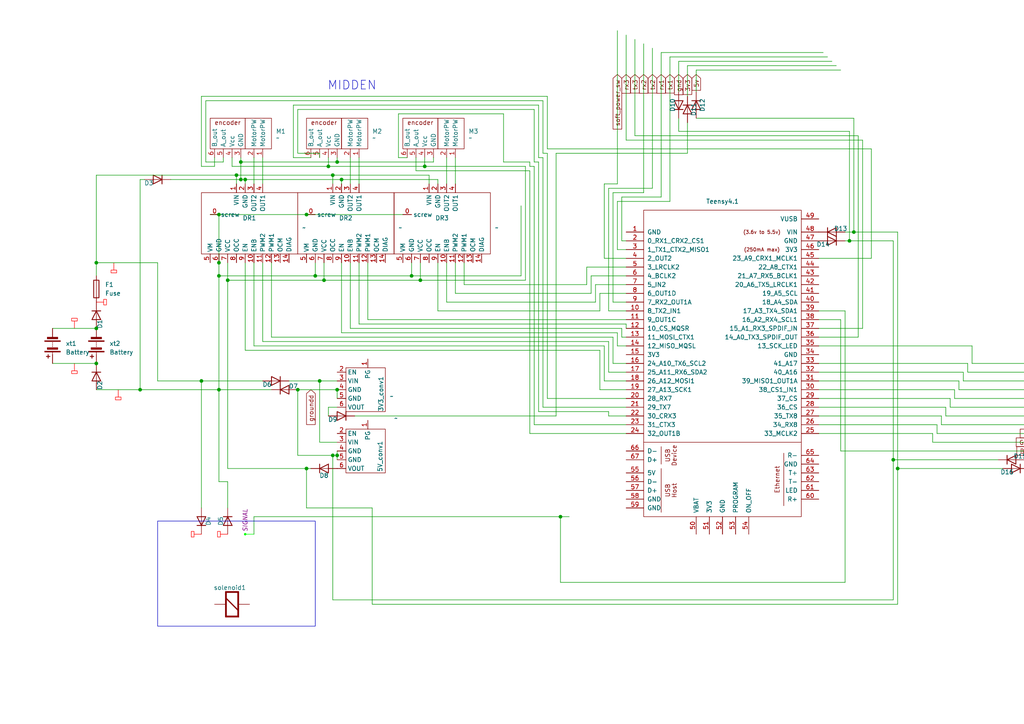
<source format=kicad_sch>
(kicad_sch (version 20231120) (generator "eeschema") (generator_version "8.0")
  (paper "A4")
  (lib_symbols
    (symbol "Library:Battery" (pin_numbers hide) (pin_names (offset 0) hide)
      (property "Reference" "BT" (at 2.54 2.54 0))
      (property "Value" "Battery" (at 2.54 0 0))
      (symbol "Battery_0_1"
        (rectangle (start -2.286 -1.27) (end 2.286 -1.524) (fill (type outline)))
        (rectangle (start -2.286 1.778) (end 2.286 1.524) (fill (type outline)))
        (rectangle (start -1.524 -2.032) (end 1.524 -2.54) (fill (type outline)))
        (rectangle (start -1.524 1.016) (end 1.524 0.508) (fill (type outline)))
        (polyline (pts (xy 0 -1.016) (xy 0 -0.762)))
        (polyline (pts (xy 0 -0.508) (xy 0 -0.254)))
        (polyline (pts (xy 0 0) (xy 0 0.254)))
        (polyline (pts (xy 0 1.778) (xy 0 2.54)))
        (polyline (pts (xy 0.762 3.048) (xy 1.778 3.048)) (stroke (width 0.254)))
        (polyline (pts (xy 1.27 3.556) (xy 1.27 2.54)) (stroke (width 0.254)))
      )
      (symbol "Battery_1_1"
        (pin passive line (at 0 5.08 270) (length 2.54) (name "+") (number "1"))
        (pin passive line (at 0 -5.08 90) (length 2.54) (name "-") (number "2"))
      )
    )
    (symbol "Library:D" (pin_numbers hide) (pin_names (offset 1.016) hide)
      (property "Reference" "D" (at 0 2.54 0))
      (property "Value" "D" (at 0 -2.54 0))
      (symbol "D_0_1"
        (polyline (pts (xy -1.27 1.27) (xy -1.27 -1.27)) (stroke (width 0.254)))
        (polyline (pts (xy 1.27 0) (xy -1.27 0)))
        (polyline (pts (xy 1.27 1.27) (xy 1.27 -1.27) (xy -1.27 0) (xy 1.27 1.27)) (stroke (width 0.254)))
      )
      (symbol "D_1_1"
        (pin passive line (at -3.81 0 0) (length 2.54) (name "K") (number "1"))
        (pin passive line (at 3.81 0 180) (length 2.54) (name "A") (number "2"))
      )
    )
    (symbol "Library:Fuse" (pin_numbers hide) (pin_names (offset 0))
      (property "Reference" "F" (at 2.032 0 90))
      (property "Value" "Fuse" (at -1.905 0 90))
      (symbol "Fuse_0_1"
        (rectangle (start -0.762 -2.54) (end 0.762 2.54) (stroke (width 0.254)))
        (polyline (pts (xy 0 2.54) (xy 0 -2.54)))
      )
      (symbol "Fuse_1_1"
        (pin passive line (at 0 3.81 270) (length 1.27) (name "~") (number "1"))
        (pin passive line (at 0 -3.81 90) (length 1.27) (name "~") (number "2"))
      )
    )
    (symbol "Library:Re" (pin_numbers hide) (pin_names (offset 0) hide)
      (property "Reference" "Re" (at 0.635 3.175 0))
      (property "Value" "Re" (at 0.635 -3.175 0))
      (symbol "Re_1_0"
        (pin passive line (at 0 5.08 270) (length 3.175) (name "+") (number "1"))
        (pin passive line (at 0 -5.08 90) (length 3.175) (name "-") (number "2"))
      )
      (symbol "Re_1_1"
        (polyline (pts (xy -1.778 -1.778) (xy 1.778 1.778)) (stroke (width 0.3556)))
        (polyline (pts (xy -3.683 -1.905) (xy 3.683 -1.905) (xy 3.683 1.905) (xy -3.683 1.905) (xy -3.683 -1.905) (xy -3.429 -1.651) (xy -3.429 1.651) (xy 3.429 1.651) (xy 3.429 -1.651) (xy -3.429 -1.651) (xy -3.683 -1.905)) (stroke (width 0.254)) (fill (type outline)))
      )
      (symbol "Re_1_2"
        (polyline (pts (xy -3.683 -1.905) (xy 3.683 -1.905) (xy 3.683 1.905) (xy -3.683 1.905) (xy -3.683 -1.905) (xy -3.429 -1.651) (xy -3.429 1.651) (xy 3.429 1.651) (xy 3.429 -1.651) (xy -3.429 -1.651) (xy -3.683 -1.905)) (stroke (width 0.254)) (fill (type outline)))
      )
    )
    (symbol "Library:TB9051FTG"
      (property "Reference" "DR" (at 0 -1.778 0))
      (symbol "TB9051FTG_0_1"
        (rectangle (start -13.97 -11.43) (end 13.97 6.35))
      )
      (symbol "TB9051FTG_1_1"
        (pin input line (at -11.43 0 0) (length 2.54) (name "screw") (number "0"))
        (pin power_in line (at -3.81 8.89 270) (length 2.54) (name "VIN") (number "1"))
        (pin input line (at 1.27 -13.97 90) (length 2.54) (name "ENB") (number "10"))
        (pin input line (at 3.81 -13.97 90) (length 2.54) (name "PWM2") (number "11"))
        (pin input line (at 6.35 -13.97 90) (length 2.54) (name "PWM1") (number "12"))
        (pin output line (at 8.89 -13.97 90) (length 2.54) (name "OCM") (number "13"))
        (pin output line (at 11.43 -13.97 90) (length 2.54) (name "DIAG") (number "14"))
        (pin power_in line (at -1.27 8.89 270) (length 2.54) (name "GND") (number "2"))
        (pin power_out line (at 1.27 8.89 270) (length 2.54) (name "OUT2") (number "3"))
        (pin power_out line (at 3.81 8.89 270) (length 2.54) (name "OUT1") (number "4"))
        (pin power_out line (at -11.43 -13.97 90) (length 2.54) (name "VM") (number "5"))
        (pin power_in line (at -8.89 -13.97 90) (length 2.54) (name "GND") (number "6"))
        (pin power_in line (at -6.35 -13.97 90) (length 2.54) (name "VCC") (number "7"))
        (pin input line (at -3.81 -13.97 90) (length 2.54) (name "OCC") (number "8"))
        (pin input line (at -1.27 -13.97 90) (length 2.54) (name "EN") (number "9"))
      )
    )
    (symbol "Library:Teensy4.1" (pin_names (offset 1.016))
      (property "Reference" "U" (at 0 64.77 0))
      (property "Value" "Teensy4.1" (at 0 62.23 0))
      (symbol "Teensy4.1_0_0"
        (polyline (pts (xy -22.86 -6.35) (xy 22.86 -6.35)))
        (polyline (pts (xy -17.78 -26.67) (xy -17.78 -13.97)))
        (polyline (pts (xy -17.78 -7.62) (xy -17.78 -12.7)))
        (polyline (pts (xy 17.78 -9.525) (xy 17.78 -24.765)))
        (text "(250mA max)" (at 11.43 49.53 0) (effects (font (size 1.016 1.016))))
        (text "(3.6v to 5.5v)" (at 11.43 54.61 0) (effects (font (size 1.016 1.016))))
        (text "Device" (at -13.97 -10.16 900) (effects (font (size 1.27 1.27))))
        (text "Ethernet" (at 15.875 -17.145 900) (effects (font (size 1.27 1.27))))
        (text "Host" (at -13.97 -20.32 900) (effects (font (size 1.27 1.27))))
        (text "USB" (at -15.875 -20.32 900) (effects (font (size 1.27 1.27))))
        (text "USB" (at -15.875 -10.16 900) (effects (font (size 1.27 1.27))))
        (pin bidirectional line (at -27.94 31.75 0) (length 5.08) (name "8_TX2_IN1") (number "10"))
        (pin bidirectional line (at -27.94 29.21 0) (length 5.08) (name "9_OUT1C") (number "11"))
        (pin bidirectional line (at -27.94 26.67 0) (length 5.08) (name "10_CS_MQSR") (number "12"))
        (pin bidirectional line (at -27.94 24.13 0) (length 5.08) (name "11_MOSI_CTX1") (number "13"))
        (pin bidirectional line (at -27.94 21.59 0) (length 5.08) (name "12_MISO_MQSL") (number "14"))
        (pin power_in line (at -27.94 19.05 0) (length 5.08) (name "3V3") (number "15"))
        (pin bidirectional line (at -27.94 16.51 0) (length 5.08) (name "24_A10_TX6_SCL2") (number "16"))
        (pin bidirectional line (at -27.94 13.97 0) (length 5.08) (name "25_A11_RX6_SDA2") (number "17"))
        (pin bidirectional line (at -27.94 11.43 0) (length 5.08) (name "26_A12_MOSI1") (number "18"))
        (pin bidirectional line (at -27.94 8.89 0) (length 5.08) (name "27_A13_SCK1") (number "19"))
        (pin bidirectional line (at -27.94 6.35 0) (length 5.08) (name "28_RX7") (number "20"))
        (pin bidirectional line (at -27.94 3.81 0) (length 5.08) (name "29_TX7") (number "21"))
        (pin bidirectional line (at -27.94 1.27 0) (length 5.08) (name "30_CRX3") (number "22"))
        (pin bidirectional line (at -27.94 -1.27 0) (length 5.08) (name "31_CTX3") (number "23"))
        (pin bidirectional line (at -27.94 -3.81 0) (length 5.08) (name "32_OUT1B") (number "24"))
        (pin bidirectional line (at 27.94 -3.81 180) (length 5.08) (name "33_MCLK2") (number "25"))
        (pin bidirectional line (at 27.94 -1.27 180) (length 5.08) (name "34_RX8") (number "26"))
        (pin bidirectional line (at 27.94 1.27 180) (length 5.08) (name "35_TX8") (number "27"))
        (pin bidirectional line (at 27.94 3.81 180) (length 5.08) (name "36_CS") (number "28"))
        (pin bidirectional line (at 27.94 6.35 180) (length 5.08) (name "37_CS") (number "29"))
        (pin bidirectional line (at 27.94 8.89 180) (length 5.08) (name "38_CS1_IN1") (number "30"))
        (pin bidirectional line (at 27.94 11.43 180) (length 5.08) (name "39_MISO1_OUT1A") (number "31"))
        (pin bidirectional line (at 27.94 13.97 180) (length 5.08) (name "40_A16") (number "32"))
        (pin bidirectional line (at 27.94 16.51 180) (length 5.08) (name "41_A17") (number "33"))
        (pin bidirectional line (at 27.94 21.59 180) (length 5.08) (name "13_SCK_LED") (number "35"))
        (pin bidirectional line (at 27.94 24.13 180) (length 5.08) (name "14_A0_TX3_SPDIF_OUT") (number "36"))
        (pin bidirectional line (at 27.94 26.67 180) (length 5.08) (name "15_A1_RX3_SPDIF_IN") (number "37"))
        (pin bidirectional line (at 27.94 29.21 180) (length 5.08) (name "16_A2_RX4_SCL1") (number "38"))
        (pin bidirectional line (at 27.94 31.75 180) (length 5.08) (name "17_A3_TX4_SDA1") (number "39"))
        (pin bidirectional line (at 27.94 34.29 180) (length 5.08) (name "18_A4_SDA") (number "40"))
        (pin bidirectional line (at 27.94 36.83 180) (length 5.08) (name "19_A5_SCL") (number "41"))
        (pin bidirectional line (at 27.94 39.37 180) (length 5.08) (name "20_A6_TX5_LRCLK1") (number "42"))
        (pin bidirectional line (at 27.94 41.91 180) (length 5.08) (name "21_A7_RX5_BCLK1") (number "43"))
        (pin bidirectional line (at 27.94 44.45 180) (length 5.08) (name "22_A8_CTX1") (number "44"))
        (pin bidirectional line (at 27.94 46.99 180) (length 5.08) (name "23_A9_CRX1_MCLK1") (number "45"))
        (pin output line (at 27.94 49.53 180) (length 5.08) (name "3V3") (number "46"))
        (pin output line (at 27.94 52.07 180) (length 5.08) (name "GND") (number "47"))
        (pin power_in line (at 27.94 54.61 180) (length 5.08) (name "VIN") (number "48"))
        (pin power_out line (at 27.94 58.42 180) (length 5.08) (name "VUSB") (number "49"))
        (pin bidirectional line (at -27.94 44.45 0) (length 5.08) (name "3_LRCLK2") (number "5"))
        (pin power_in line (at -7.62 -33.02 90) (length 5.08) (name "VBAT") (number "50"))
        (pin power_in line (at -3.81 -33.02 90) (length 5.08) (name "3V3") (number "51"))
        (pin input line (at 0 -33.02 90) (length 5.08) (name "GND") (number "52"))
        (pin input line (at 3.81 -33.02 90) (length 5.08) (name "PROGRAM") (number "53"))
        (pin input line (at 7.62 -33.02 90) (length 5.08) (name "ON_OFF") (number "54"))
        (pin power_out line (at -27.94 -15.24 0) (length 5.08) (name "5V") (number "55"))
        (pin bidirectional line (at -27.94 -17.78 0) (length 5.08) (name "D-") (number "56"))
        (pin bidirectional line (at -27.94 -20.32 0) (length 5.08) (name "D+") (number "57"))
        (pin power_in line (at -27.94 -22.86 0) (length 5.08) (name "GND") (number "58"))
        (pin power_in line (at -27.94 -25.4 0) (length 5.08) (name "GND") (number "59"))
        (pin bidirectional line (at -27.94 41.91 0) (length 5.08) (name "4_BCLK2") (number "6"))
        (pin bidirectional line (at 27.94 -22.86 180) (length 5.08) (name "R+") (number "60"))
        (pin bidirectional line (at 27.94 -20.32 180) (length 5.08) (name "LED") (number "61"))
        (pin bidirectional line (at 27.94 -17.78 180) (length 5.08) (name "T-") (number "62"))
        (pin bidirectional line (at 27.94 -15.24 180) (length 5.08) (name "T+") (number "63"))
        (pin power_in line (at 27.94 -12.7 180) (length 5.08) (name "GND") (number "64"))
        (pin bidirectional line (at 27.94 -10.16 180) (length 5.08) (name "R-") (number "65"))
        (pin bidirectional line (at -27.94 -8.89 0) (length 5.08) (name "D-") (number "66"))
        (pin bidirectional line (at -27.94 -11.43 0) (length 5.08) (name "D+") (number "67"))
        (pin bidirectional line (at -27.94 39.37 0) (length 5.08) (name "5_IN2") (number "7"))
        (pin bidirectional line (at -27.94 36.83 0) (length 5.08) (name "6_OUT1D") (number "8"))
        (pin bidirectional line (at -27.94 34.29 0) (length 5.08) (name "7_RX2_OUT1A") (number "9"))
      )
      (symbol "Teensy4.1_0_1"
        (rectangle (start -22.86 60.96) (end 22.86 -27.94))
        (rectangle (start -20.32 -1.27) (end -20.32 -1.27))
      )
      (symbol "Teensy4.1_1_1"
        (pin power_in line (at -27.94 54.61 0) (length 5.08) (name "GND") (number "1"))
        (pin bidirectional line (at -27.94 52.07 0) (length 5.08) (name "0_RX1_CRX2_CS1") (number "2"))
        (pin bidirectional line (at -27.94 49.53 0) (length 5.08) (name "1_TX1_CTX2_MISO1") (number "3"))
        (pin power_in line (at 27.94 19.05 180) (length 5.08) (name "GND") (number "34"))
        (pin bidirectional line (at -27.94 46.99 0) (length 5.08) (name "2_OUT2") (number "4"))
      )
    )
    (symbol "Library:pololu_3.3V,_3.7A_Step-Down_Voltage_Regulator_D30V30F3"
      (property "Reference" "3V3_conv" (at 8.636 -8.382 90))
      (symbol "pololu_3.3V,_3.7A_Step-Down_Voltage_Regulator_D30V30F3_0_1"
        (rectangle (start -1.27 -1.27) (end 10.16 -13.97))
      )
      (symbol "pololu_3.3V,_3.7A_Step-Down_Voltage_Regulator_D30V30F3_1_1"
        (pin output line (at 5.08 1.27 270) (length 2.54) (name "PG") (number "1"))
        (pin input line (at -3.81 -2.54 0) (length 2.54) (name "EN") (number "2"))
        (pin power_in line (at -3.81 -5.08 0) (length 2.54) (name "VIN") (number "3"))
        (pin power_in line (at -3.81 -7.62 0) (length 2.54) (name "GND") (number "4"))
        (pin power_in line (at -3.81 -10.16 0) (length 2.54) (name "GND") (number "5"))
        (pin power_in line (at -3.81 -12.7 0) (length 2.54) (name "VOUT") (number "6"))
      )
    )
    (symbol "Library:pololu_4.4{colon}1_Metal_Gearmotor_25Dx63L_mm_MP_12V_with_48_CPR_Encoder"
      (property "Reference" "M" (at 0.508 -5.842 0))
      (symbol "pololu_4.4{colon}1_Metal_Gearmotor_25Dx63L_mm_MP_12V_with_48_CPR_Encoder_0_1"
        (rectangle (start -1.27 -3.81) (end -8.89 5.08))
        (rectangle (start -1.27 -3.81) (end 8.89 5.08))
      )
      (symbol "pololu_4.4{colon}1_Metal_Gearmotor_25Dx63L_mm_MP_12V_with_48_CPR_Encoder_1_1"
        (text "encoder\n" (at 3.81 -2.54 0) (effects (font (size 1.27 1.27))))
        (pin power_in line (at -6.35 7.62 270) (length 2.54) (name "MotorPW") (number "1"))
        (pin power_in line (at -3.81 7.62 270) (length 2.54) (name "MotorPW") (number "2"))
        (pin power_in line (at 0 7.62 270) (length 2.54) (name "GND") (number "3"))
        (pin power_in line (at 2.54 7.62 270) (length 2.54) (name "Vcc") (number "4"))
        (pin output line (at 5.08 7.62 270) (length 2.54) (name "A_out") (number "5"))
        (pin output line (at 7.62 7.62 270) (length 2.54) (name "B_out") (number "6"))
      )
    )
    (symbol "Library:pololu_5V,_3.4A_Step-Down_Voltage_Regulator_D30V30F5"
      (property "Reference" "5V_conv" (at 7.366 -21.082 90))
      (symbol "pololu_5V,_3.4A_Step-Down_Voltage_Regulator_D30V30F5_0_1"
        (rectangle (start -2.54 -12.7) (end 8.89 -25.4))
      )
      (symbol "pololu_5V,_3.4A_Step-Down_Voltage_Regulator_D30V30F5_1_1"
        (pin output line (at 3.81 -10.16 270) (length 2.54) (name "PG") (number "1"))
        (pin input line (at -5.08 -13.97 0) (length 2.54) (name "EN") (number "2"))
        (pin power_in line (at -5.08 -16.51 0) (length 2.54) (name "VIN") (number "3"))
        (pin power_in line (at -5.08 -19.05 0) (length 2.54) (name "GND") (number "4"))
        (pin power_in line (at -5.08 -21.59 0) (length 2.54) (name "GND") (number "5"))
        (pin power_in line (at -5.08 -24.13 0) (length 2.54) (name "VOUT") (number "6"))
      )
    )
    (symbol "TB9051FTG_1"
      (property "Reference" "DR" (at 0 -1.778 0))
      (symbol "TB9051FTG_1_0_1"
        (rectangle (start -13.97 -11.43) (end 13.97 6.35))
      )
      (symbol "TB9051FTG_1_1_1"
        (pin input line (at -11.43 0 0) (length 2.54) (name "screw") (number "0"))
        (pin power_in line (at -3.81 8.89 270) (length 2.54) (name "VIN") (number "1"))
        (pin input line (at 1.27 -13.97 90) (length 2.54) (name "ENB") (number "10"))
        (pin input line (at 3.81 -13.97 90) (length 2.54) (name "PWM2") (number "11"))
        (pin input line (at 6.35 -13.97 90) (length 2.54) (name "PWM1") (number "12"))
        (pin output line (at 8.89 -13.97 90) (length 2.54) (name "OCM") (number "13"))
        (pin output line (at 11.43 -13.97 90) (length 2.54) (name "DIAG") (number "14"))
        (pin power_in line (at -1.27 8.89 270) (length 2.54) (name "GND") (number "2"))
        (pin power_out line (at 1.27 8.89 270) (length 2.54) (name "OUT2") (number "3"))
        (pin power_out line (at 3.81 8.89 270) (length 2.54) (name "OUT1") (number "4"))
        (pin power_out line (at -11.43 -13.97 90) (length 2.54) (name "VM") (number "5"))
        (pin power_in line (at -8.89 -13.97 90) (length 2.54) (name "GND") (number "6"))
        (pin power_in line (at -6.35 -13.97 90) (length 2.54) (name "VCC") (number "7"))
        (pin input line (at -3.81 -13.97 90) (length 2.54) (name "OCC") (number "8"))
        (pin input line (at -1.27 -13.97 90) (length 2.54) (name "EN") (number "9"))
      )
    )
    (symbol "TB9051FTG_2"
      (property "Reference" "DR" (at 0 -1.778 0))
      (symbol "TB9051FTG_2_0_1"
        (rectangle (start -13.97 -11.43) (end 13.97 6.35))
      )
      (symbol "TB9051FTG_2_1_1"
        (pin input line (at -11.43 0 0) (length 2.54) (name "screw") (number "0"))
        (pin power_in line (at -3.81 8.89 270) (length 2.54) (name "VIN") (number "1"))
        (pin input line (at 1.27 -13.97 90) (length 2.54) (name "ENB") (number "10"))
        (pin input line (at 3.81 -13.97 90) (length 2.54) (name "PWM2") (number "11"))
        (pin input line (at 6.35 -13.97 90) (length 2.54) (name "PWM1") (number "12"))
        (pin output line (at 8.89 -13.97 90) (length 2.54) (name "OCM") (number "13"))
        (pin output line (at 11.43 -13.97 90) (length 2.54) (name "DIAG") (number "14"))
        (pin power_in line (at -1.27 8.89 270) (length 2.54) (name "GND") (number "2"))
        (pin power_out line (at 1.27 8.89 270) (length 2.54) (name "OUT2") (number "3"))
        (pin power_out line (at 3.81 8.89 270) (length 2.54) (name "OUT1") (number "4"))
        (pin power_out line (at -11.43 -13.97 90) (length 2.54) (name "VM") (number "5"))
        (pin power_in line (at -8.89 -13.97 90) (length 2.54) (name "GND") (number "6"))
        (pin power_in line (at -6.35 -13.97 90) (length 2.54) (name "VCC") (number "7"))
        (pin input line (at -3.81 -13.97 90) (length 2.54) (name "OCC") (number "8"))
        (pin input line (at -1.27 -13.97 90) (length 2.54) (name "EN") (number "9"))
      )
    )
  )
  (junction (at 66.04 81.28))
  (junction (at 121.92 81.28))
  (junction (at 86.36 113.03))
  (junction (at 93.98 81.28))
  (junction (at 95.25 48.26))
  (junction (at 58.42 110.49))
  (junction (at 260.35 135.89))
  (junction (at 97.79 132.08))
  (junction (at 97.79 46.99))
  (junction (at 27.94 105.41))
  (junction (at 92.71 110.49))
  (junction (at 63.5 76.2))
  (junction (at 63.5 62.23))
  (junction (at 63.5 113.03))
  (junction (at 69.85 52.07))
  (junction (at 40.64 113.03))
  (junction (at 97.79 113.03))
  (junction (at 68.58 50.8))
  (junction (at 162.56 149.86))
  (junction (at 247.65 67.31))
  (junction (at 96.52 132.08))
  (junction (at 259.08 133.35))
  (junction (at 91.44 80.01))
  (junction (at 27.94 95.25))
  (junction (at 88.9 135.89))
  (junction (at 88.9 62.23))
  (junction (at 71.12 52.07))
  (junction (at 69.85 46.99))
  (junction (at 119.38 80.01))
  (junction (at 63.5 80.01))
  (junction (at 96.52 50.8))
  (junction (at 123.19 48.26))
  (junction (at 246.38 69.85))
  (junction (at 99.06 52.07))
  (junction (at 27.94 76.2))
  (wire (pts (xy 180.34 69.85) (xy 180.34 57.15)))
  (wire (pts (xy 247.65 67.31) (xy 245.11 67.31)))
  (wire (pts (xy 260.35 135.89) (xy 260.35 175.26)))
  (wire (pts (xy 91.44 80.01) (xy 91.44 76.2)))
  (wire (pts (xy 154.94 31.75) (xy 154.94 46.99)))
  (wire (pts (xy 68.58 50.8) (xy 68.58 53.34)))
  (wire (pts (xy 97.79 113.03) (xy 97.79 115.57)))
  (wire (pts (xy 316.23 113.03) (xy 316.23 105.41)))
  (wire (pts (xy 181.61 110.49) (xy 175.26 110.49)))
  (wire (pts (xy 27.94 76.2) (xy 45.72 76.2)))
  (wire (pts (xy 85.09 30.48) (xy 156.21 30.48)))
  (wire (pts (xy 252.73 74.93) (xy 237.49 74.93)))
  (wire (pts (xy 181.61 105.41) (xy 177.8 105.41)))
  (wire (pts (xy 158.75 27.94) (xy 158.75 43.18)))
  (wire (pts (xy 123.19 48.26) (xy 152.4 48.26)))
  (wire (pts (xy 66.04 135.89) (xy 88.9 135.89)))
  (wire (pts (xy 97.79 130.81) (xy 97.79 132.08)))
  (wire (pts (xy 96.52 132.08) (xy 96.52 173.99)))
  (wire (pts (xy 237.49 100.33) (xy 281.94 100.33)))
  (wire (pts (xy 99.06 96.52) (xy 179.07 96.52)))
  (wire (pts (xy 298.45 135.89) (xy 316.23 135.89)))
  (wire (pts (xy 157.48 44.45) (xy 158.75 44.45)))
  (wire (pts (xy 260.35 67.31) (xy 260.35 135.89)))
  (wire (pts (xy 132.08 76.2) (xy 132.08 85.09)))
  (wire (pts (xy 245.11 168.91) (xy 245.11 90.17)))
  (wire (pts (xy 90.17 45.72) (xy 85.09 45.72)))
  (wire (pts (xy 191.77 15.24) (xy 238.76 15.24)))
  (wire (pts (xy 189.23 54.61) (xy 176.53 54.61)))
  (wire (pts (xy 314.96 127) (xy 458.47 127)))
  (wire (pts (xy 175.26 110.49) (xy 175.26 100.33)))
  (wire (pts (xy 252.73 43.18) (xy 252.73 74.93)))
  (wire (pts (xy 250.19 40.64) (xy 181.61 40.64)))
  (wire (pts (xy 86.36 31.75) (xy 86.36 44.45)))
  (wire (pts (xy 124.46 53.34) (xy 124.46 50.8)))
  (wire (pts (xy 152.4 81.28) (xy 121.92 81.28)))
  (wire (pts (xy 312.42 116.84) (xy 438.15 116.84)))
  (wire (pts (xy 259.08 133.35) (xy 259.08 173.99)))
  (wire (pts (xy 69.85 45.72) (xy 69.85 46.99)))
  (wire (pts (xy 66.04 147.32) (xy 66.04 139.7)))
  (wire (pts (xy 127 76.2) (xy 127 90.17)))
  (wire (pts (xy 119.38 80.01) (xy 91.44 80.01)))
  (wire (pts (xy 156.21 119.38) (xy 176.53 119.38)))
  (wire (pts (xy 176.53 107.95) (xy 181.61 107.95)))
  (wire (pts (xy 176.53 54.61) (xy 176.53 90.17)))
  (wire (pts (xy 63.5 80.01) (xy 63.5 113.03)))
  (wire (pts (xy 78.74 97.79) (xy 78.74 76.2)))
  (wire (pts (xy 125.73 46.99) (xy 125.73 45.72)))
  (wire (pts (xy 186.69 12.7) (xy 186.69 55.88)))
  (wire (pts (xy 102.87 120.65) (xy 161.29 120.65)))
  (wire (pts (xy 76.2 76.2) (xy 76.2 99.06)))
  (wire (pts (xy 92.71 128.27) (xy 92.71 110.49)))
  (wire (pts (xy 162.56 149.86) (xy 165.1 149.86)))
  (wire (pts (xy 274.32 118.11) (xy 274.32 120.65)))
  (wire (pts (xy 129.54 87.63) (xy 172.72 87.63)))
  (wire (pts (xy 101.6 95.25) (xy 180.34 95.25)))
  (wire (pts (xy 194.31 16.51) (xy 240.03 16.51)))
  (wire (pts (xy 69.85 46.99) (xy 97.79 46.99)))
  (wire (pts (xy 161.29 120.65) (xy 161.29 44.45)))
  (wire (pts (xy 124.46 50.8) (xy 96.52 50.8)))
  (wire (pts (xy 311.15 118.11) (xy 311.15 115.57)))
  (wire (pts (xy 99.06 52.07) (xy 127 52.07)))
  (wire (pts (xy 119.38 80.01) (xy 151.13 80.01)))
  (wire (pts (xy 158.75 43.18) (xy 252.73 43.18)))
  (wire (pts (xy 69.85 46.99) (xy 69.85 52.07)))
  (wire (pts (xy 62.23 48.26) (xy 58.42 48.26)))
  (wire (pts (xy 119.38 76.2) (xy 119.38 80.01)))
  (wire (pts (xy 73.66 45.72) (xy 73.66 53.34)))
  (wire (pts (xy 176.53 90.17) (xy 181.61 90.17)))
  (wire (pts (xy 96.52 50.8) (xy 96.52 53.34)))
  (wire (pts (xy 118.11 45.72) (xy 115.57 45.72)))
  (wire (pts (xy 177.8 55.88) (xy 186.69 55.88)))
  (wire (pts (xy 245.11 90.17) (xy 237.49 90.17)))
  (wire (pts (xy 313.69 115.57) (xy 313.69 110.49)))
  (wire (pts (xy 280.67 105.41) (xy 280.67 107.95)))
  (wire (pts (xy 161.29 44.45) (xy 199.39 44.45)))
  (wire (pts (xy 237.49 123.19) (xy 271.78 123.19)))
  (wire (pts (xy 85.09 45.72) (xy 85.09 30.48)))
  (wire (pts (xy 270.51 128.27) (xy 270.51 125.73)))
  (wire (pts (xy 63.5 113.03) (xy 78.74 113.03)))
  (wire (pts (xy 248.92 39.37) (xy 184.15 39.37)))
  (wire (pts (xy 312.42 124.46) (xy 453.39 124.46)))
  (wire (pts (xy 107.95 147.32) (xy 107.95 175.26)))
  (wire (pts (xy 62.23 45.72) (xy 62.23 48.26)))
  (wire (pts (xy 153.67 49.53) (xy 153.67 125.73)))
  (wire (pts (xy 91.44 80.01) (xy 63.5 80.01)))
  (wire (pts (xy 176.53 99.06) (xy 176.53 107.95)))
  (wire (pts (xy 132.08 45.72) (xy 132.08 53.34)))
  (wire (pts (xy 92.71 128.27) (xy 97.79 128.27)))
  (wire (pts (xy 69.85 52.07) (xy 71.12 52.07)))
  (wire (pts (xy 172.72 87.63) (xy 172.72 82.55)))
  (wire (pts (xy 177.8 105.41) (xy 177.8 97.79)))
  (wire (pts (xy 158.75 44.45) (xy 158.75 115.57)))
  (wire (pts (xy 95.25 118.11) (xy 95.25 120.65)))
  (wire (pts (xy 309.88 119.38) (xy 443.23 119.38)))
  (wire (pts (xy 276.86 113.03) (xy 276.86 115.57)))
  (wire (pts (xy 129.54 87.63) (xy 129.54 76.2)))
  (wire (pts (xy 194.31 16.51) (xy 194.31 58.42)))
  (wire (pts (xy 199.39 19.05) (xy 199.39 27.94)))
  (wire (pts (xy 196.85 17.78) (xy 241.3 17.78)))
  (wire (pts (xy 115.57 33.02) (xy 146.05 33.02)))
  (wire (pts (xy 290.83 135.89) (xy 260.35 135.89)))
  (wire (pts (xy 259.08 69.85) (xy 259.08 133.35)))
  (wire (pts (xy 68.58 50.8) (xy 27.94 50.8)))
  (wire (pts (xy 86.36 113.03) (xy 86.36 132.08)))
  (wire (pts (xy 123.19 45.72) (xy 123.19 48.26)))
  (wire (pts (xy 121.92 81.28) (xy 121.92 76.2)))
  (wire (pts (xy 123.19 48.26) (xy 95.25 48.26)))
  (wire (pts (xy 134.62 82.55) (xy 170.18 82.55)))
  (wire (pts (xy 157.48 29.21) (xy 157.48 44.45)))
  (wire (pts (xy 181.61 97.79) (xy 180.34 97.79)))
  (wire (pts (xy 104.14 76.2) (xy 104.14 93.98)))
  (wire (pts (xy 86.36 31.75) (xy 154.94 31.75)))
  (wire (pts (xy 45.72 110.49) (xy 58.42 110.49)))
  (wire (pts (xy 15.24 95.25) (xy 27.94 95.25)))
  (wire (pts (xy 276.86 115.57) (xy 311.15 115.57)))
  (wire (pts (xy 243.84 92.71) (xy 237.49 92.71)))
  (wire (pts (xy 146.05 33.02) (xy 146.05 46.99)))
  (wire (pts (xy 179.07 53.34) (xy 175.26 53.34)))
  (wire (pts (xy 245.11 69.85) (xy 246.38 69.85)))
  (wire (pts (xy 153.67 125.73) (xy 181.61 125.73)))
  (wire (pts (xy 86.36 113.03) (xy 97.79 113.03)))
  (wire (pts (xy 179.07 8.89) (xy 179.07 53.34)))
  (wire (pts (xy 194.31 58.42) (xy 179.07 58.42)))
  (wire (pts (xy 173.99 85.09) (xy 173.99 90.17)))
  (wire (pts (xy 71.12 52.07) (xy 99.06 52.07)))
  (wire (pts (xy 71.12 101.6) (xy 173.99 101.6)))
  (wire (pts (xy 156.21 46.99) (xy 156.21 119.38)))
  (wire (pts (xy 40.64 52.07) (xy 40.64 113.03)))
  (wire (pts (xy 196.85 34.29) (xy 196.85 38.1)))
  (wire (pts (xy 120.65 45.72) (xy 120.65 49.53)))
  (wire (pts (xy 106.68 92.71) (xy 106.68 76.2)))
  (wire (pts (xy 247.65 34.29) (xy 247.65 67.31)))
  (wire (pts (xy 97.79 46.99) (xy 125.73 46.99)))
  (wire (pts (xy 237.49 113.03) (xy 276.86 113.03)))
  (wire (pts (xy 64.77 46.99) (xy 59.69 46.99)))
  (wire (pts (xy 45.72 76.2) (xy 45.72 110.49)))
  (wire (pts (xy 179.07 58.42) (xy 179.07 72.39)))
  (wire (pts (xy 309.88 121.92) (xy 448.31 121.92)))
  (wire (pts (xy 67.31 48.26) (xy 67.31 45.72)))
  (wire (pts (xy 201.93 20.32) (xy 243.84 20.32)))
  (wire (pts (xy 237.49 95.25) (xy 250.19 95.25)))
  (wire (pts (xy 153.67 46.99) (xy 153.67 48.26)))
  (wire (pts (xy 49.53 52.07) (xy 69.85 52.07)))
  (wire (pts (xy 58.42 110.49) (xy 76.2 110.49)))
  (wire (pts (xy 104.14 45.72) (xy 104.14 53.34)))
  (wire (pts (xy 250.19 95.25) (xy 250.19 40.64)))
  (wire (pts (xy 311.15 123.19) (xy 450.85 123.19)))
  (wire (pts (xy 134.62 82.55) (xy 134.62 76.2)))
  (wire (pts (xy 88.9 135.89) (xy 90.17 135.89)))
  (wire (pts (xy 237.49 105.41) (xy 280.67 105.41)))
  (wire (pts (xy 63.5 139.7) (xy 63.5 113.03)))
  (wire (pts (xy 281.94 100.33) (xy 281.94 105.41)))
  (wire (pts (xy 237.49 115.57) (xy 275.59 115.57)))
  (wire (pts (xy 99.06 52.07) (xy 99.06 53.34)))
  (wire (pts (xy 58.42 27.94) (xy 158.75 27.94)))
  (wire (pts (xy 312.42 113.03) (xy 312.42 116.84)))
  (wire (pts (xy 76.2 99.06) (xy 176.53 99.06)))
  (wire (pts (xy 132.08 85.09) (xy 171.45 85.09)))
  (wire (pts (xy 181.61 123.19) (xy 154.94 123.19)))
  (wire (pts (xy 181.61 69.85) (xy 180.34 69.85)))
  (wire (pts (xy 237.49 107.95) (xy 279.4 107.95)))
  (wire (pts (xy 63.5 62.23) (xy 63.5 76.2)))
  (wire (pts (xy 180.34 97.79) (xy 180.34 95.25)))
  (wire (pts (xy 101.6 95.25) (xy 101.6 76.2)))
  (wire (pts (xy 313.69 125.73) (xy 313.69 130.81)))
  (wire (pts (xy 99.06 76.2) (xy 99.06 96.52)))
  (wire (pts (xy 274.32 120.65) (xy 445.77 120.65)))
  (wire (pts (xy 15.24 105.41) (xy 27.94 105.41)))
  (wire (pts (xy 115.57 45.72) (xy 115.57 33.02)))
  (wire (pts (xy 127 52.07) (xy 127 53.34)))
  (wire (pts (xy 309.88 119.38) (xy 309.88 118.11)))
  (wire (pts (xy 275.59 115.57) (xy 275.59 118.11)))
  (wire (pts (xy 314.96 114.3) (xy 433.07 114.3)))
  (wire (pts (xy 95.25 48.26) (xy 95.25 45.72)))
  (wire (pts (xy 271.78 123.19) (xy 271.78 125.73)))
  (wire (pts (xy 196.85 17.78) (xy 196.85 26.67)))
  (wire (pts (xy 177.8 87.63) (xy 177.8 55.88)))
  (wire (pts (xy 181.61 85.09) (xy 173.99 85.09)))
  (wire (pts (xy 66.04 135.89) (xy 66.04 81.28)))
  (wire (pts (xy 83.82 110.49) (xy 92.71 110.49)))
  (wire (pts (xy 73.66 149.86) (xy 162.56 149.86)))
  (wire (pts (xy 162.56 168.91) (xy 245.11 168.91)))
  (wire (pts (xy 311.15 118.11) (xy 440.69 118.11)))
  (wire (pts (xy 173.99 113.03) (xy 181.61 113.03)))
  (wire (pts (xy 27.94 50.8) (xy 27.94 76.2)))
  (wire (pts (xy 129.54 45.72) (xy 129.54 53.34)))
  (wire (pts (xy 237.49 97.79) (xy 248.92 97.79)))
  (wire (pts (xy 97.79 132.08) (xy 97.79 133.35)))
  (wire (pts (xy 93.98 81.28) (xy 121.92 81.28)))
  (wire (pts (xy 88.9 62.23) (xy 116.84 62.23)))
  (wire (pts (xy 71.12 53.34) (xy 71.12 52.07)))
  (wire (pts (xy 280.67 107.95) (xy 314.96 107.95)))
  (wire (pts (xy 313.69 115.57) (xy 435.61 115.57)))
  (wire (pts (xy 177.8 97.79) (xy 78.74 97.79)))
  (wire (pts (xy 271.78 125.73) (xy 311.15 125.73)))
  (wire (pts (xy 73.66 154.94) (xy 73.66 149.86)))
  (wire (pts (xy 154.94 48.26) (xy 153.67 48.26)))
  (wire (pts (xy 63.5 62.23) (xy 88.9 62.23)))
  (wire (pts (xy 59.69 29.21) (xy 157.48 29.21)))
  (wire (pts (xy 237.49 118.11) (xy 274.32 118.11)))
  (wire (pts (xy 106.68 92.71) (xy 181.61 92.71)))
  (wire (pts (xy 273.05 120.65) (xy 273.05 123.19)))
  (wire (pts (xy 184.15 11.43) (xy 184.15 39.37)))
  (wire (pts (xy 243.84 130.81) (xy 313.69 130.81)))
  (wire (pts (xy 59.69 46.99) (xy 59.69 29.21)))
  (wire (pts (xy 248.92 97.79) (xy 248.92 39.37)))
  (wire (pts (xy 179.07 96.52) (xy 179.07 100.33)))
  (wire (pts (xy 170.18 77.47) (xy 181.61 77.47)))
  (wire (pts (xy 63.5 76.2) (xy 63.5 80.01)))
  (wire (pts (xy 154.94 46.99) (xy 156.21 46.99)))
  (wire (pts (xy 309.88 123.19) (xy 309.88 121.92)))
  (wire (pts (xy 157.48 118.11) (xy 157.48 45.72)))
  (wire (pts (xy 314.96 107.95) (xy 314.96 114.3)))
  (wire (pts (xy 154.94 123.19) (xy 154.94 48.26)))
  (wire (pts (xy 260.35 67.31) (xy 247.65 67.31)))
  (wire (pts (xy 92.71 44.45) (xy 86.36 44.45)))
  (wire (pts (xy 278.13 113.03) (xy 312.42 113.03)))
  (wire (pts (xy 201.93 34.29) (xy 247.65 34.29)))
  (wire (pts (xy 243.84 130.81) (xy 243.84 92.71)))
  (wire (pts (xy 311.15 123.19) (xy 311.15 125.73)))
  (wire (pts (xy 201.93 20.32) (xy 201.93 26.67)))
  (wire (pts (xy 40.64 113.03) (xy 63.5 113.03)))
  (wire (pts (xy 281.94 105.41) (xy 316.23 105.41)))
  (wire (pts (xy 179.07 100.33) (xy 181.61 100.33)))
  (wire (pts (xy 92.71 110.49) (xy 97.79 110.49)))
  (wire (pts (xy 237.49 110.49) (xy 278.13 110.49)))
  (wire (pts (xy 181.61 93.98) (xy 181.61 95.25)))
  (wire (pts (xy 175.26 100.33) (xy 73.66 100.33)))
  (wire (pts (xy 40.64 52.07) (xy 41.91 52.07)))
  (wire (pts (xy 270.51 125.73) (xy 237.49 125.73)))
  (wire (pts (xy 101.6 45.72) (xy 101.6 53.34)))
  (wire (pts (xy 180.34 57.15) (xy 191.77 57.15)))
  (wire (pts (xy 88.9 147.32) (xy 107.95 147.32)))
  (wire (pts (xy 246.38 38.1) (xy 246.38 69.85)))
  (wire (pts (xy 237.49 120.65) (xy 273.05 120.65)))
  (wire (pts (xy 181.61 80.01) (xy 171.45 80.01)))
  (wire (pts (xy 96.52 173.99) (xy 259.08 173.99)))
  (wire (pts (xy 297.18 133.35) (xy 314.96 133.35)))
  (wire (pts (xy 73.66 76.2) (xy 73.66 100.33)))
  (wire (pts (xy 270.51 128.27) (xy 312.42 128.27)))
  (wire (pts (xy 191.77 15.24) (xy 191.77 57.15)))
  (wire (pts (xy 176.53 119.38) (xy 176.53 120.65)))
  (wire (pts (xy 179.07 72.39) (xy 181.61 72.39)))
  (wire (pts (xy 199.39 19.05) (xy 242.57 19.05)))
  (wire (pts (xy 173.99 101.6) (xy 173.99 113.03)))
  (wire (pts (xy 173.99 90.17) (xy 127 90.17)))
  (wire (pts (xy 176.53 120.65) (xy 181.61 120.65)))
  (wire (pts (xy 76.2 45.72) (xy 76.2 53.34)))
  (wire (pts (xy 278.13 110.49) (xy 278.13 113.03)))
  (wire (pts (xy 316.23 135.89) (xy 316.23 128.27)))
  (wire (pts (xy 71.12 76.2) (xy 71.12 101.6)))
  (wire (pts (xy 157.48 45.72) (xy 156.21 45.72)))
  (wire (pts (xy 60.96 62.23) (xy 63.5 62.23)))
  (wire (pts (xy 316.23 113.03) (xy 430.53 113.03)))
  (wire (pts (xy 146.05 46.99) (xy 153.67 46.99)))
  (wire (pts (xy 66.04 81.28) (xy 93.98 81.28)))
  (wire (pts (xy 158.75 115.57) (xy 181.61 115.57)))
  (wire (pts (xy 92.71 45.72) (xy 92.71 44.45)))
  (wire (pts (xy 97.79 46.99) (xy 97.79 45.72)))
  (wire (pts (xy 175.26 74.93) (xy 181.61 74.93)))
  (wire (pts (xy 313.69 125.73) (xy 455.93 125.73)))
  (wire (pts (xy 312.42 128.27) (xy 312.42 124.46)))
  (wire (pts (xy 27.94 76.2) (xy 27.94 80.01)))
  (wire (pts (xy 66.04 76.2) (xy 66.04 81.28)))
  (wire (pts (xy 316.23 128.27) (xy 461.01 128.27)))
  (wire (pts (xy 86.36 132.08) (xy 96.52 132.08)))
  (wire (pts (xy 120.65 49.53) (xy 153.67 49.53)))
  (wire (pts (xy 279.4 107.95) (xy 279.4 110.49)))
  (wire (pts (xy 273.05 123.19) (xy 309.88 123.19)))
  (wire (pts (xy 93.98 81.28) (xy 93.98 76.2)))
  (wire (pts (xy 314.96 133.35) (xy 314.96 127)))
  (wire (pts (xy 64.77 45.72) (xy 64.77 46.99)))
  (wire (pts (xy 58.42 110.49) (xy 58.42 147.32)))
  (wire (pts (xy 88.9 135.89) (xy 88.9 147.32)))
  (wire (pts (xy 170.18 82.55) (xy 170.18 77.47)))
  (wire (pts (xy 107.95 175.26) (xy 260.35 175.26)))
  (wire (pts (xy 275.59 118.11) (xy 309.88 118.11)))
  (wire (pts (xy 199.39 44.45) (xy 199.39 35.56)))
  (wire (pts (xy 152.4 48.26) (xy 152.4 81.28)))
  (wire (pts (xy 172.72 82.55) (xy 181.61 82.55)))
  (wire (pts (xy 175.26 53.34) (xy 175.26 74.93)))
  (wire (pts (xy 259.08 133.35) (xy 289.56 133.35)))
  (wire (pts (xy 181.61 10.16) (xy 181.61 40.64)))
  (wire (pts (xy 96.52 50.8) (xy 68.58 50.8)))
  (wire (pts (xy 97.79 118.11) (xy 95.25 118.11)))
  (wire (pts (xy 279.4 110.49) (xy 313.69 110.49)))
  (wire (pts (xy 96.52 132.08) (xy 97.79 132.08)))
  (wire (pts (xy 151.13 80.01) (xy 151.13 59.69)))
  (wire (pts (xy 27.94 113.03) (xy 40.64 113.03)))
  (wire (pts (xy 58.42 48.26) (xy 58.42 27.94)))
  (wire (pts (xy 177.8 87.63) (xy 181.61 87.63)))
  (wire (pts (xy 162.56 149.86) (xy 162.56 168.91)))
  (wire (pts (xy 189.23 13.97) (xy 189.23 54.61)))
  (wire (pts (xy 196.85 38.1) (xy 246.38 38.1)))
  (wire (pts (xy 156.21 30.48) (xy 156.21 45.72)))
  (wire (pts (xy 246.38 69.85) (xy 259.08 69.85)))
  (wire (pts (xy 66.04 139.7) (xy 63.5 139.7)))
  (wire (pts (xy 181.61 118.11) (xy 157.48 118.11)))
  (wire (pts (xy 95.25 48.26) (xy 67.31 48.26)))
  (wire (pts (xy 171.45 80.01) (xy 171.45 85.09)))
  (wire (pts (xy 104.14 93.98) (xy 181.61 93.98)))
  (rectangle (start 45.72 151.13) (end 91.44 181.61))
  (text "MIDDEN\n" (at 102.108 24.892 0) (effects (font (size 2.54 2.54))))
  (global_label "pr3" (shape input) (at 303.53 110.49 180) (property "Intersheetrefs" "${INTERSHEET_REFS}" (effects (hide yes))))
  (global_label "rx1" (shape input) (at 191.77 21.59 270) (property "Intersheetrefs" "${INTERSHEET_REFS}" (effects (hide yes))))
  (global_label "tx1" (shape input) (at 194.31 21.59 270) (property "Intersheetrefs" "${INTERSHEET_REFS}" (effects (hide yes))))
  (global_label "pr1" (shape input) (at 303.53 105.41 180) (property "Intersheetrefs" "${INTERSHEET_REFS}" (effects (hide yes))))
  (global_label "GROEN" (shape input) (at 303.53 128.27 180) (property "Intersheetrefs" "${INTERSHEET_REFS}" (effects (hide yes))))
  (global_label "gnd" (shape input) (at 196.85 21.59 270) (property "Intersheetrefs" "${INTERSHEET_REFS}" (effects (hide yes))))
  (global_label "BLAUW" (shape input) (at 303.53 130.81 180) (property "Intersheetrefs" "${INTERSHEET_REFS}" (effects (hide yes))))
  (global_label "tx2" (shape input) (at 189.23 21.59 270) (property "Intersheetrefs" "${INTERSHEET_REFS}" (effects (hide yes))))
  (global_label "pr5" (shape input) (at 303.53 115.57 180) (property "Intersheetrefs" "${INTERSHEET_REFS}" (effects (hide yes))))
  (global_label "pr7" (shape input) (at 303.53 120.65 180) (property "Intersheetrefs" "${INTERSHEET_REFS}" (effects (hide yes))))
  (global_label "rx3" (shape input) (at 181.61 21.59 270) (property "Intersheetrefs" "${INTERSHEET_REFS}" (effects (hide yes))))
  (global_label "groundd" (shape input) (at 90.17 113.03 270) (property "Intersheetrefs" "${INTERSHEET_REFS}" (effects (hide yes))))
  (global_label "soft_power_sw" (shape input) (at 179.07 21.59 270) (property "Intersheetrefs" "${INTERSHEET_REFS}" (effects (hide yes))))
  (global_label "GND" (shape input) (at 303.53 133.35 180) (property "Intersheetrefs" "${INTERSHEET_REFS}" (effects (hide yes))))
  (global_label "ROOD" (shape input) (at 303.53 125.73 180) (property "Intersheetrefs" "${INTERSHEET_REFS}" (effects (hide yes))))
  (global_label "pr4" (shape input) (at 303.53 113.03 180) (property "Intersheetrefs" "${INTERSHEET_REFS}" (effects (hide yes))))
  (global_label "pr8" (shape input) (at 303.53 123.19 180) (property "Intersheetrefs" "${INTERSHEET_REFS}" (effects (hide yes))))
  (global_label "pr2" (shape input) (at 303.53 107.95 180) (property "Intersheetrefs" "${INTERSHEET_REFS}" (effects (hide yes))))
  (global_label "5V" (shape input) (at 303.53 135.89 180) (property "Intersheetrefs" "${INTERSHEET_REFS}" (effects (hide yes))))
  (global_label "pr6" (shape input) (at 303.53 118.11 180) (property "Intersheetrefs" "${INTERSHEET_REFS}" (effects (hide yes))))
  (global_label "tx3" (shape input) (at 184.15 21.59 270) (property "Intersheetrefs" "${INTERSHEET_REFS}" (effects (hide yes))))
  (global_label "5v" (shape input) (at 201.93 21.59 270) (property "Intersheetrefs" "${INTERSHEET_REFS}" (effects (hide yes))))
  (global_label "3v3" (shape input) (at 199.39 21.59 270) (property "Intersheetrefs" "${INTERSHEET_REFS}" (effects (hide yes))))
  (global_label "rx2" (shape input) (at 186.69 21.59 270) (property "Intersheetrefs" "${INTERSHEET_REFS}" (effects (hide yes))))
  (netclass_flag "" (length 2.54) (shape rectangle) (at 33.02 76.2 180) (property "Netclass" "HIGH POWER" (effects (hide yes))))
  (netclass_flag "" (length 2.54) (shape dot) (at 73.66 154.94 90) (property "Netclass" "SIGNAL" (at 71.12 154.2415 90) (effects (font (italic yes)) (justify left))))
  (netclass_flag "" (length 2.54) (shape rectangle) (at 66.04 154.94 90) (property "Netclass" "HIGH POWER" (effects (hide yes))))
  (netclass_flag "" (length 2.54) (shape rectangle) (at 21.59 105.41 180) (property "Netclass" "HIGH POWER" (effects (hide yes))))
  (netclass_flag "" (length 2.54) (shape rectangle) (at 21.59 95.25 0) (property "Netclass" "HIGH POWER" (effects (hide yes))))
  (netclass_flag "" (length 2.54) (shape rectangle) (at 34.29 113.03 180) (property "Netclass" "HIGH POWER" (effects (hide yes))))
  (netclass_flag "" (length 2.54) (shape rectangle) (at 27.94 87.63 270) (property "Netclass" "HIGH POWER" (effects (hide yes))))
  (netclass_flag "" (length 2.54) (shape rectangle) (at 58.42 154.94 90) (property "Netclass" "HIGH POWER" (effects (hide yes))))
  (symbol (lib_id "Library:pololu_3.3V,_3.7A_Step-Down_Voltage_Regulator_D30V30F3") (at 101.6 105.41 0) (unit 1)
    (property "Reference" "3V3_conv1" (at 110.49 119.38 90) (effects (justify left)))
    (property "Value" "~" (at 113.03 114.935 0) (effects (justify left)))
    (property "Footprint" "Library:pololu-U1V10F5" (effects (hide yes)))
    (property "Datasheet" "https://www.pololu.com/product/4891" (effects (hide yes)))
  )
  (symbol (lib_id "Library:D") (at 80.01 110.49 180) (unit 1)
    (property "Reference" "D6" (at 77.47 111.506 0))
    (property "Value" "D" (effects (hide yes)))
    (property "Footprint" "Diode_SMD:D_MELF-RM10_Universal_Handsoldering" (effects (hide yes)))
    (property "Description" "Diode" (effects (hide yes)))
    (property "Sim.Device" "D" (effects (hide yes)))
    (property "Sim.Pins" "1=K 2=A" (effects (hide yes)))
  )
  (symbol (lib_id "Library:pololu_5V,_3.4A_Step-Down_Voltage_Regulator_D30V30F5") (at 102.87 111.76 0) (unit 1)
    (property "Reference" "5V_conv1" (at 110.236 136.906 90) (effects (justify left)))
    (property "Value" "~" (at 114.3 121.285 0) (effects (justify left)))
    (property "Footprint" "Library:pololu-U1V10F5" (effects (hide yes)))
    (property "Datasheet" "https://www.pololu.com/product/4892" (effects (hide yes)))
  )
  (symbol (lib_id "Library:pololu_4.4{colon}1_Metal_Gearmotor_25Dx63L_mm_MP_12V_with_48_CPR_Encoder") (at 125.73 38.1 180) (unit 1)
    (property "Reference" "M3" (at 135.89 38.0999 0) (effects (justify right)))
    (property "Value" "~" (at 135.89 40.005 0) (effects (justify right)))
    (property "Footprint" "Connector_PinHeader_1.27mm:PinHeader_1x06_P1.27mm_Vertical" (effects (hide yes)))
  )
  (symbol (lib_id "Library:TB9051FTG") (at 128.27 62.23 0) (unit 1)
    (property "Reference" "DR3" (at 126.238 63.246 0) (effects (justify left)))
    (property "Value" "~" (at 143.51 66.04 0) (effects (justify left)))
    (property "Footprint" "Library:TB9051FTG" (effects (hide yes)))
    (property "Datasheet" "https://www.pololu.com/product/2997/resources" (effects (hide yes)))
  )
  (symbol (lib_id "Library:D") (at 294.64 135.89 180) (unit 1)
    (property "Reference" "D16" (at 292.1 136.906 0))
    (property "Value" "D" (effects (hide yes)))
    (property "Footprint" "Diode_SMD:D_MELF-RM10_Universal_Handsoldering" (effects (hide yes)))
    (property "Description" "Diode" (effects (hide yes)))
    (property "Sim.Device" "D" (effects (hide yes)))
    (property "Sim.Pins" "1=K 2=A" (effects (hide yes)))
  )
  (symbol (lib_id "Library:D") (at 293.37 133.35 0) (unit 1)
    (property "Reference" "D15" (at 295.91 132.334 0))
    (property "Value" "D" (effects (hide yes)))
    (property "Footprint" "Diode_SMD:D_MELF-RM10_Universal_Handsoldering" (effects (hide yes)))
    (property "Description" "Diode" (effects (hide yes)))
    (property "Sim.Device" "D" (effects (hide yes)))
    (property "Sim.Pins" "1=K 2=A" (effects (hide yes)))
  )
  (symbol (lib_name "TB9051FTG_1") (lib_id "Library:TB9051FTG_1") (at 72.39 62.23 0) (unit 1)
    (property "Reference" "DR1" (at 70.358 63.246 0) (effects (justify left)))
    (property "Value" "~" (at 87.63 66.04 0) (effects (justify left)))
    (property "Footprint" "Library:TB9051FTG" (effects (hide yes)))
    (property "Datasheet" "https://www.pololu.com/product/2997/resources" (effects (hide yes)))
  )
  (symbol (lib_id "Library:D") (at 27.94 109.22 270) (unit 1)
    (property "Reference" "D2" (at 28.956 111.76 0))
    (property "Value" "D" (effects (hide yes)))
    (property "Footprint" "Diode_SMD:D_MELF-RM10_Universal_Handsoldering" (effects (hide yes)))
    (property "Description" "Diode" (effects (hide yes)))
    (property "Sim.Device" "D" (effects (hide yes)))
    (property "Sim.Pins" "1=K 2=A" (effects (hide yes)))
  )
  (symbol (lib_id "Library:D") (at 201.93 30.48 270) (unit 1)
    (property "Reference" "D12" (at 203.708 30.48 0))
    (property "Value" "D" (effects (hide yes)))
    (property "Footprint" "Diode_SMD:D_MELF-RM10_Universal_Handsoldering" (effects (hide yes)))
    (property "Description" "Diode" (effects (hide yes)))
    (property "Sim.Device" "D" (effects (hide yes)))
    (property "Sim.Pins" "1=K 2=A" (effects (hide yes)))
  )
  (symbol (lib_id "Library:D") (at 199.39 31.75 270) (unit 1)
    (property "Reference" "D11" (at 201.168 31.75 0))
    (property "Value" "D" (effects (hide yes)))
    (property "Footprint" "Diode_SMD:D_MELF-RM10_Universal_Handsoldering" (effects (hide yes)))
    (property "Description" "Diode" (effects (hide yes)))
    (property "Sim.Device" "D" (effects (hide yes)))
    (property "Sim.Pins" "1=K 2=A" (effects (hide yes)))
  )
  (symbol (lib_id "Library:Battery") (at 27.94 100.33 180) (unit 1)
    (property "Reference" "xt2" (at 31.75 99.6314 0) (effects (justify right)))
    (property "Value" "Battery" (at 31.75 102.1714 0) (effects (justify right)))
    (property "Footprint" "Connector_AMASS:AMASS_XT30U-M_1x02_P5.0mm_Vertical" (effects (hide yes)))
    (property "Description" "Multiple-cell battery" (effects (hide yes)))
  )
  (symbol (lib_id "Library:pololu_4.4{colon}1_Metal_Gearmotor_25Dx63L_mm_MP_12V_with_48_CPR_Encoder") (at 97.79 38.1 180) (unit 1)
    (property "Reference" "M2" (at 107.95 38.0999 0) (effects (justify right)))
    (property "Value" "~" (at 107.95 40.005 0) (effects (justify right)))
    (property "Footprint" "Connector_PinHeader_1.27mm:PinHeader_1x06_P1.27mm_Vertical" (effects (hide yes)))
  )
  (symbol (lib_id "Library:D") (at 45.72 52.07 180) (unit 1)
    (property "Reference" "D3" (at 43.18 53.086 0))
    (property "Value" "D" (effects (hide yes)))
    (property "Footprint" "Diode_SMD:D_MELF-RM10_Universal_Handsoldering" (effects (hide yes)))
    (property "Description" "Diode" (effects (hide yes)))
    (property "Sim.Device" "D" (effects (hide yes)))
    (property "Sim.Pins" "1=K 2=A" (effects (hide yes)))
  )
  (symbol (lib_id "Library:D") (at 58.42 151.13 90) (unit 1)
    (property "Reference" "D4" (at 60.452 151.13 0))
    (property "Value" "D" (effects (hide yes)))
    (property "Footprint" "Diode_SMD:D_MELF-RM10_Universal_Handsoldering" (effects (hide yes)))
    (property "Description" "Diode" (effects (hide yes)))
    (property "Sim.Device" "D" (effects (hide yes)))
    (property "Sim.Pins" "1=K 2=A" (effects (hide yes)))
  )
  (symbol (lib_id "Library:D") (at 66.04 151.13 270) (unit 1)
    (property "Reference" "D5" (at 64.008 151.13 0))
    (property "Value" "D" (effects (hide yes)))
    (property "Footprint" "Diode_SMD:D_MELF-RM10_Universal_Handsoldering" (effects (hide yes)))
    (property "Description" "Diode" (effects (hide yes)))
    (property "Sim.Device" "D" (effects (hide yes)))
    (property "Sim.Pins" "1=K 2=A" (effects (hide yes)))
  )
  (symbol (lib_id "Library:pololu_4.4{colon}1_Metal_Gearmotor_25Dx63L_mm_MP_12V_with_48_CPR_Encoder") (at 69.85 38.1 180) (unit 1)
    (property "Reference" "M1" (at 80.01 38.0999 0) (effects (justify right)))
    (property "Value" "~" (at 80.01 40.005 0) (effects (justify right)))
    (property "Footprint" "Connector_PinHeader_1.27mm:PinHeader_1x06_P1.27mm_Vertical" (effects (hide yes)))
  )
  (symbol (lib_id "Library:D") (at 82.55 113.03 0) (unit 1)
    (property "Reference" "D7" (at 85.09 112.014 0))
    (property "Value" "D" (effects (hide yes)))
    (property "Footprint" "Diode_SMD:D_MELF-RM10_Universal_Handsoldering" (effects (hide yes)))
    (property "Description" "Diode" (effects (hide yes)))
    (property "Sim.Device" "D" (effects (hide yes)))
    (property "Sim.Pins" "1=K 2=A" (effects (hide yes)))
  )
  (symbol (lib_id "Library:D") (at 99.06 120.65 180) (unit 1)
    (property "Reference" "D9" (at 96.52 121.666 0))
    (property "Value" "D" (effects (hide yes)))
    (property "Footprint" "Diode_SMD:D_MELF-RM10_Universal_Handsoldering" (effects (hide yes)))
    (property "Description" "Diode" (effects (hide yes)))
    (property "Sim.Device" "D" (effects (hide yes)))
    (property "Sim.Pins" "1=K 2=A" (effects (hide yes)))
  )
  (symbol (lib_id "Library:D") (at 93.98 135.89 0) (unit 1)
    (property "Reference" "D8" (at 93.98 137.922 0))
    (property "Value" "D" (effects (hide yes)))
    (property "Footprint" "Diode_SMD:D_MELF-RM10_Universal_Handsoldering" (effects (hide yes)))
    (property "Description" "Diode" (effects (hide yes)))
    (property "Sim.Device" "D" (effects (hide yes)))
    (property "Sim.Pins" "1=K 2=A" (effects (hide yes)))
  )
  (symbol (lib_id "Library:Fuse") (at 27.94 83.82 0) (unit 1)
    (property "Reference" "F1" (at 30.48 82.5499 0) (effects (justify left)))
    (property "Value" "Fuse" (at 30.48 85.0899 0) (effects (justify left)))
    (property "Footprint" "Fuse:Fuseholder_TR5_Littelfuse_No560_No460" (effects (hide yes)))
    (property "Description" "Fuse" (effects (hide yes)))
  )
  (symbol (lib_id "Library:Battery") (at 15.24 100.33 180) (unit 1)
    (property "Reference" "xt1" (at 19.05 99.6314 0) (effects (justify right)))
    (property "Value" "Battery" (at 19.05 102.1714 0) (effects (justify right)))
    (property "Footprint" "Connector_AMASS:AMASS_XT60-F_1x02_P7.20mm_Vertical" (effects (hide yes)))
    (property "Description" "Multiple-cell battery" (effects (hide yes)))
  )
  (symbol (lib_id "Library:D") (at 241.3 67.31 0) (unit 1)
    (property "Reference" "D13" (at 243.84 66.294 0))
    (property "Value" "D" (effects (hide yes)))
    (property "Footprint" "Diode_SMD:D_MELF-RM10_Universal_Handsoldering" (effects (hide yes)))
    (property "Description" "Diode" (effects (hide yes)))
    (property "Sim.Device" "D" (effects (hide yes)))
    (property "Sim.Pins" "1=K 2=A" (effects (hide yes)))
  )
  (symbol (lib_id "Library:Re") (at 67.31 175.26 90) (unit 1)
    (property "Reference" "solenoid1" (at 71.374 170.434 90) (effects (justify left)))
    (property "Value" "Re" (effects (hide yes)))
    (property "Description" "operating/relay device/coil; electromagnetic actuator (solenoid)" (effects (hide yes)))
    (property "Field-1" "X" (effects (hide yes)))
    (property "Indicator" "+" (effects (hide yes)))
    (property "Rating" "V/Ω" (effects (hide yes)))
  )
  (symbol (lib_name "TB9051FTG_2") (lib_id "Library:TB9051FTG_2") (at 100.33 62.23 0) (unit 1)
    (property "Reference" "DR2" (at 98.298 63.246 0) (effects (justify left)))
    (property "Value" "~" (at 115.57 66.04 0) (effects (justify left)))
    (property "Footprint" "Library:TB9051FTG" (effects (hide yes)))
    (property "Datasheet" "https://www.pololu.com/product/2997/resources" (effects (hide yes)))
  )
  (symbol (lib_id "Library:D") (at 27.94 91.44 270) (unit 1)
    (property "Reference" "D1" (at 28.956 93.98 0))
    (property "Value" "D" (effects (hide yes)))
    (property "Footprint" "Diode_SMD:D_MELF-RM10_Universal_Handsoldering" (effects (hide yes)))
    (property "Description" "Diode" (effects (hide yes)))
    (property "Sim.Device" "D" (effects (hide yes)))
    (property "Sim.Pins" "1=K 2=A" (effects (hide yes)))
  )
  (symbol (lib_id "Library:Teensy4.1") (at 209.55 121.92 0) (unit 1)
    (property "Reference" "teensy1" (effects (hide yes)))
    (property "Value" "Teensy4.1" (at 209.55 58.42 0))
    (property "Footprint" "Library:Teensy41" (effects (hide yes)))
  )
  (symbol (lib_id "Library:D") (at 241.3 69.85 180) (unit 1)
    (property "Reference" "D14" (at 238.76 70.866 0))
    (property "Value" "D" (effects (hide yes)))
    (property "Footprint" "Diode_SMD:D_MELF-RM10_Universal_Handsoldering" (effects (hide yes)))
    (property "Description" "Diode" (effects (hide yes)))
    (property "Sim.Device" "D" (effects (hide yes)))
    (property "Sim.Pins" "1=K 2=A" (effects (hide yes)))
  )
  (symbol (lib_id "Library:D") (at 196.85 30.48 90) (unit 1)
    (property "Reference" "D10" (at 195.072 30.48 0))
    (property "Value" "D" (effects (hide yes)))
    (property "Footprint" "Diode_SMD:D_MELF-RM10_Universal_Handsoldering" (effects (hide yes)))
    (property "Description" "Diode" (effects (hide yes)))
    (property "Sim.Device" "D" (effects (hide yes)))
    (property "Sim.Pins" "1=K 2=A" (effects (hide yes)))
  )
)
</source>
